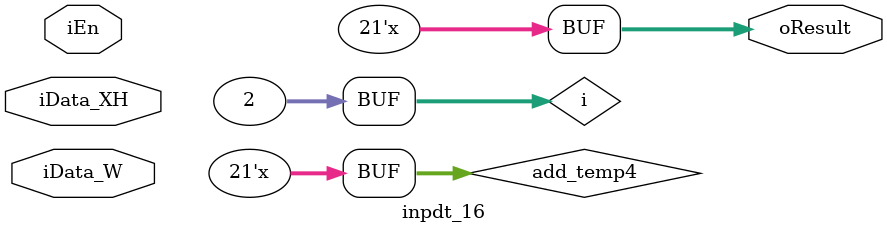
<source format=v>

module inpdt_16#(
)
(
	input [127:0] iData_XH,	// 16*8b
	input [127:0] iData_W,	// 16*8b
	
	input iEn,				// for input blocking
		
	output [20:0] oResult	// for output
);

	reg [7:0] data_XHtemp [0:15];
	reg [7:0] data_Wtemp [0:15];

	reg [16:0] mul_temp [0:15];
	
	reg [17:0] add_temp1 [0:7];
	reg [18:0] add_temp2 [0:3];
	reg [19:0] add_temp3 [0:1];
	reg [20:0] add_temp4;
	
	
	integer i;
	
	always@(*) begin
	
		if(iEn) begin
			for(i=0; i<16; i=i+1) begin
				data_XHtemp[i] = iData_XH[128-8*(i+1)+:8];
				data_Wtemp[i] = iData_W[128-8*(i+1)+:8];
			end
		end
		else begin
			for(i=0; i<16; i=i+1) begin
				data_XHtemp[i] = 'd0;
				data_Wtemp[i] = 'd0;
			end		
		end
	
		for(i=0; i<16; i=i+1) begin
			mul_temp[i] = $signed({1'b0,data_XHtemp[i]})*$signed({1'b0,data_Wtemp[i]});
		end
		
		for(i=0; i<8; i=i+1) begin
			add_temp1[i] = $signed(mul_temp[2*i]) + $signed(mul_temp[2*i+1]);
		end
		
		for(i=0; i<4; i=i+1) begin
			add_temp2[i] = $signed(add_temp1[2*i]) + $signed(add_temp1[2*i+1]);
		end

		for(i=0; i<2; i=i+1) begin
			add_temp3[i] = $signed(add_temp2[2*i]) + $signed(add_temp2[2*i+1]);
		end	
		
		add_temp4 = $signed(add_temp3[0]) + $signed(add_temp[1]);
		
	end

assign oResult = add_temp4;



endmodule

</source>
